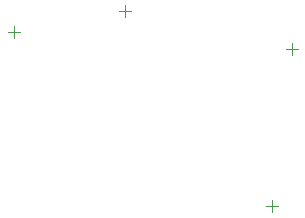
<source format=gbr>
%TF.GenerationSoftware,Altium Limited,Altium Designer,23.6.0 (18)*%
G04 Layer_Color=32896*
%FSLAX45Y45*%
%MOMM*%
%TF.SameCoordinates,CA757A27-890D-4031-9470-5F8B39CF6935*%
%TF.FilePolarity,Positive*%
%TF.FileFunction,Other,Bottom_Component_Center*%
%TF.Part,Single*%
G01*
G75*
%TA.AperFunction,NonConductor*%
%ADD55C,0.10000*%
D55*
X10494300Y4903003D02*
Y5003002D01*
X10444302Y4953000D02*
X10544302D01*
X10275098Y3619500D02*
X10375097D01*
X10325100Y3569498D02*
Y3669497D01*
X8090703Y5092700D02*
X8190702D01*
X8140700Y5042698D02*
Y5142697D01*
X9030498Y5270500D02*
X9130497D01*
X9080500Y5220503D02*
Y5320502D01*
%TF.MD5,ff6a8d6567a0366308b80fb355633b58*%
M02*

</source>
